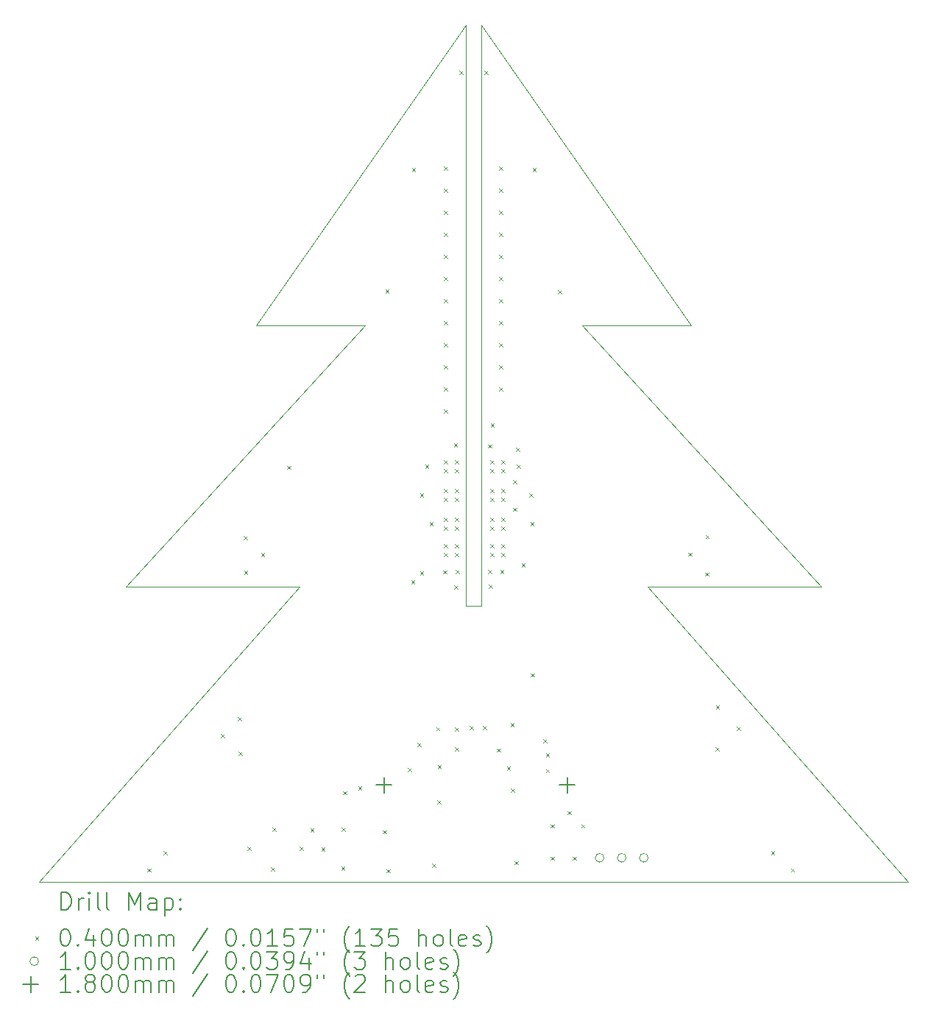
<source format=gbr>
%TF.GenerationSoftware,KiCad,Pcbnew,7.0.8*%
%TF.CreationDate,2024-10-12T14:26:22+02:00*%
%TF.ProjectId,PCB_Christmas_Tree,5043425f-4368-4726-9973-746d61735f54,rev?*%
%TF.SameCoordinates,Original*%
%TF.FileFunction,Drillmap*%
%TF.FilePolarity,Positive*%
%FSLAX45Y45*%
G04 Gerber Fmt 4.5, Leading zero omitted, Abs format (unit mm)*
G04 Created by KiCad (PCBNEW 7.0.8) date 2024-10-12 14:26:22*
%MOMM*%
%LPD*%
G01*
G04 APERTURE LIST*
%ADD10C,0.100000*%
%ADD11C,0.200000*%
%ADD12C,0.040000*%
%ADD13C,0.180000*%
G04 APERTURE END LIST*
D10*
X18958000Y-10340000D02*
X16958000Y-10340000D01*
X12458000Y-7340000D02*
X13708000Y-7340000D01*
X15048000Y-3880000D02*
X15048000Y-10560000D01*
X12958000Y-10340000D02*
X9958000Y-13740000D01*
X15048000Y-3880000D02*
X17458000Y-7340000D01*
X16958000Y-10340000D02*
X19958000Y-13740000D01*
X13708000Y-7340000D02*
X10958000Y-10340000D01*
X15048000Y-10560000D02*
X14868000Y-10560000D01*
X14868000Y-10560000D02*
X14868000Y-3880000D01*
X16208000Y-7340000D02*
X17458000Y-7340000D01*
X12958000Y-10340000D02*
X10958000Y-10340000D01*
X14868000Y-3880000D02*
X12458000Y-7340000D01*
X16208000Y-7340000D02*
X18958000Y-10340000D01*
X19958000Y-13740000D02*
X9958000Y-13740000D01*
D11*
D12*
X11205320Y-13581120D02*
X11245320Y-13621120D01*
X11245320Y-13581120D02*
X11205320Y-13621120D01*
X11388200Y-13383000D02*
X11428200Y-13423000D01*
X11428200Y-13383000D02*
X11388200Y-13423000D01*
X12048600Y-12036800D02*
X12088600Y-12076800D01*
X12088600Y-12036800D02*
X12048600Y-12076800D01*
X12246720Y-11843760D02*
X12286720Y-11883760D01*
X12286720Y-11843760D02*
X12246720Y-11883760D01*
X12251800Y-12240000D02*
X12291800Y-12280000D01*
X12291800Y-12240000D02*
X12251800Y-12280000D01*
X12312760Y-9760960D02*
X12352760Y-9800960D01*
X12352760Y-9760960D02*
X12312760Y-9800960D01*
X12317840Y-10157200D02*
X12357840Y-10197200D01*
X12357840Y-10157200D02*
X12317840Y-10197200D01*
X12353400Y-13332200D02*
X12393400Y-13372200D01*
X12393400Y-13332200D02*
X12353400Y-13372200D01*
X12510880Y-9954000D02*
X12550880Y-9994000D01*
X12550880Y-9954000D02*
X12510880Y-9994000D01*
X12627720Y-13565880D02*
X12667720Y-13605880D01*
X12667720Y-13565880D02*
X12627720Y-13605880D01*
X12642960Y-13113760D02*
X12682960Y-13153760D01*
X12682960Y-13113760D02*
X12642960Y-13153760D01*
X12810600Y-8950700D02*
X12850600Y-8990700D01*
X12850600Y-8950700D02*
X12810600Y-8990700D01*
X12957920Y-13332200D02*
X12997920Y-13372200D01*
X12997920Y-13332200D02*
X12957920Y-13372200D01*
X13079840Y-13118840D02*
X13119840Y-13158840D01*
X13119840Y-13118840D02*
X13079840Y-13158840D01*
X13206840Y-13342360D02*
X13246840Y-13382360D01*
X13246840Y-13342360D02*
X13206840Y-13382360D01*
X13435440Y-13560800D02*
X13475440Y-13600800D01*
X13475440Y-13560800D02*
X13435440Y-13600800D01*
X13440520Y-13113760D02*
X13480520Y-13153760D01*
X13480520Y-13113760D02*
X13440520Y-13153760D01*
X13455760Y-12692120D02*
X13495760Y-12732120D01*
X13495760Y-12692120D02*
X13455760Y-12732120D01*
X13628480Y-12636240D02*
X13668480Y-12676240D01*
X13668480Y-12636240D02*
X13628480Y-12676240D01*
X13915500Y-13141700D02*
X13955500Y-13181700D01*
X13955500Y-13141700D02*
X13915500Y-13181700D01*
X13943440Y-6921240D02*
X13983440Y-6961240D01*
X13983440Y-6921240D02*
X13943440Y-6961240D01*
X13953000Y-13590000D02*
X13993000Y-13630000D01*
X13993000Y-13590000D02*
X13953000Y-13630000D01*
X14202520Y-12422880D02*
X14242520Y-12462880D01*
X14242520Y-12422880D02*
X14202520Y-12462880D01*
X14238080Y-10268960D02*
X14278080Y-10308960D01*
X14278080Y-10268960D02*
X14238080Y-10308960D01*
X14248240Y-5524240D02*
X14288240Y-5564240D01*
X14288240Y-5524240D02*
X14248240Y-5564240D01*
X14309200Y-12138400D02*
X14349200Y-12178400D01*
X14349200Y-12138400D02*
X14309200Y-12178400D01*
X14339680Y-9267000D02*
X14379680Y-9307000D01*
X14379680Y-9267000D02*
X14339680Y-9307000D01*
X14339680Y-10162280D02*
X14379680Y-10202280D01*
X14379680Y-10162280D02*
X14339680Y-10202280D01*
X14400640Y-8936800D02*
X14440640Y-8976800D01*
X14440640Y-8936800D02*
X14400640Y-8976800D01*
X14451440Y-9597200D02*
X14491440Y-9637200D01*
X14491440Y-9597200D02*
X14451440Y-9637200D01*
X14481920Y-13525240D02*
X14521920Y-13565240D01*
X14521920Y-13525240D02*
X14481920Y-13565240D01*
X14527640Y-11955520D02*
X14567640Y-11995520D01*
X14567640Y-11955520D02*
X14527640Y-11995520D01*
X14537800Y-12798800D02*
X14577800Y-12838800D01*
X14577800Y-12798800D02*
X14537800Y-12838800D01*
X14542880Y-12392400D02*
X14582880Y-12432400D01*
X14582880Y-12392400D02*
X14542880Y-12432400D01*
X14608920Y-10152120D02*
X14648920Y-10192120D01*
X14648920Y-10152120D02*
X14608920Y-10192120D01*
X14614000Y-5509000D02*
X14654000Y-5549000D01*
X14654000Y-5509000D02*
X14614000Y-5549000D01*
X14614000Y-5763000D02*
X14654000Y-5803000D01*
X14654000Y-5763000D02*
X14614000Y-5803000D01*
X14614000Y-6017000D02*
X14654000Y-6057000D01*
X14654000Y-6017000D02*
X14614000Y-6057000D01*
X14614000Y-6271000D02*
X14654000Y-6311000D01*
X14654000Y-6271000D02*
X14614000Y-6311000D01*
X14614000Y-6525000D02*
X14654000Y-6565000D01*
X14654000Y-6525000D02*
X14614000Y-6565000D01*
X14614000Y-6779000D02*
X14654000Y-6819000D01*
X14654000Y-6779000D02*
X14614000Y-6819000D01*
X14614000Y-7033000D02*
X14654000Y-7073000D01*
X14654000Y-7033000D02*
X14614000Y-7073000D01*
X14614000Y-7287000D02*
X14654000Y-7327000D01*
X14654000Y-7287000D02*
X14614000Y-7327000D01*
X14614000Y-7541000D02*
X14654000Y-7581000D01*
X14654000Y-7541000D02*
X14614000Y-7581000D01*
X14614000Y-7795000D02*
X14654000Y-7835000D01*
X14654000Y-7795000D02*
X14614000Y-7835000D01*
X14614000Y-8049000D02*
X14654000Y-8089000D01*
X14654000Y-8049000D02*
X14614000Y-8089000D01*
X14614000Y-8303000D02*
X14654000Y-8343000D01*
X14654000Y-8303000D02*
X14614000Y-8343000D01*
X14614000Y-8887200D02*
X14654000Y-8927200D01*
X14654000Y-8887200D02*
X14614000Y-8927200D01*
X14614000Y-8988800D02*
X14654000Y-9028800D01*
X14654000Y-8988800D02*
X14614000Y-9028800D01*
X14614000Y-9217400D02*
X14654000Y-9257400D01*
X14654000Y-9217400D02*
X14614000Y-9257400D01*
X14614000Y-9319000D02*
X14654000Y-9359000D01*
X14654000Y-9319000D02*
X14614000Y-9359000D01*
X14614000Y-9547600D02*
X14654000Y-9587600D01*
X14654000Y-9547600D02*
X14614000Y-9587600D01*
X14614000Y-9649200D02*
X14654000Y-9689200D01*
X14654000Y-9649200D02*
X14614000Y-9689200D01*
X14614000Y-9852400D02*
X14654000Y-9892400D01*
X14654000Y-9852400D02*
X14614000Y-9892400D01*
X14614000Y-9954000D02*
X14654000Y-9994000D01*
X14654000Y-9954000D02*
X14614000Y-9994000D01*
X14730840Y-8694160D02*
X14770840Y-8734160D01*
X14770840Y-8694160D02*
X14730840Y-8734160D01*
X14735920Y-10324840D02*
X14775920Y-10364840D01*
X14775920Y-10324840D02*
X14735920Y-10364840D01*
X14741000Y-8887200D02*
X14781000Y-8927200D01*
X14781000Y-8887200D02*
X14741000Y-8927200D01*
X14741000Y-8988800D02*
X14781000Y-9028800D01*
X14781000Y-8988800D02*
X14741000Y-9028800D01*
X14741000Y-9217400D02*
X14781000Y-9257400D01*
X14781000Y-9217400D02*
X14741000Y-9257400D01*
X14741000Y-9319000D02*
X14781000Y-9359000D01*
X14781000Y-9319000D02*
X14741000Y-9359000D01*
X14741000Y-9547600D02*
X14781000Y-9587600D01*
X14781000Y-9547600D02*
X14741000Y-9587600D01*
X14741000Y-9649200D02*
X14781000Y-9689200D01*
X14781000Y-9649200D02*
X14741000Y-9689200D01*
X14741000Y-9852400D02*
X14781000Y-9892400D01*
X14781000Y-9852400D02*
X14741000Y-9892400D01*
X14741000Y-9954000D02*
X14781000Y-9994000D01*
X14781000Y-9954000D02*
X14741000Y-9994000D01*
X14741000Y-11960600D02*
X14781000Y-12000600D01*
X14781000Y-11960600D02*
X14741000Y-12000600D01*
X14741000Y-12189200D02*
X14781000Y-12229200D01*
X14781000Y-12189200D02*
X14741000Y-12229200D01*
X14751160Y-10147040D02*
X14791160Y-10187040D01*
X14791160Y-10147040D02*
X14751160Y-10187040D01*
X14793000Y-4410000D02*
X14833000Y-4450000D01*
X14833000Y-4410000D02*
X14793000Y-4450000D01*
X14913720Y-11940280D02*
X14953720Y-11980280D01*
X14953720Y-11940280D02*
X14913720Y-11980280D01*
X15066120Y-11940280D02*
X15106120Y-11980280D01*
X15106120Y-11940280D02*
X15066120Y-11980280D01*
X15083000Y-4410000D02*
X15123000Y-4450000D01*
X15123000Y-4410000D02*
X15083000Y-4450000D01*
X15122000Y-8704320D02*
X15162000Y-8744320D01*
X15162000Y-8704320D02*
X15122000Y-8744320D01*
X15122000Y-10147040D02*
X15162000Y-10187040D01*
X15162000Y-10147040D02*
X15122000Y-10187040D01*
X15132160Y-10319760D02*
X15172160Y-10359760D01*
X15172160Y-10319760D02*
X15132160Y-10359760D01*
X15147400Y-8887200D02*
X15187400Y-8927200D01*
X15187400Y-8887200D02*
X15147400Y-8927200D01*
X15147400Y-8988800D02*
X15187400Y-9028800D01*
X15187400Y-8988800D02*
X15147400Y-9028800D01*
X15147400Y-9217400D02*
X15187400Y-9257400D01*
X15187400Y-9217400D02*
X15147400Y-9257400D01*
X15147400Y-9319000D02*
X15187400Y-9359000D01*
X15187400Y-9319000D02*
X15147400Y-9359000D01*
X15147400Y-9547600D02*
X15187400Y-9587600D01*
X15187400Y-9547600D02*
X15147400Y-9587600D01*
X15147400Y-9649200D02*
X15187400Y-9689200D01*
X15187400Y-9649200D02*
X15147400Y-9689200D01*
X15147400Y-9852400D02*
X15187400Y-9892400D01*
X15187400Y-9852400D02*
X15147400Y-9892400D01*
X15147400Y-9954000D02*
X15187400Y-9994000D01*
X15187400Y-9954000D02*
X15147400Y-9994000D01*
X15152480Y-8465560D02*
X15192480Y-8505560D01*
X15192480Y-8465560D02*
X15152480Y-8505560D01*
X15223600Y-12201900D02*
X15263600Y-12241900D01*
X15263600Y-12201900D02*
X15223600Y-12241900D01*
X15249000Y-5509000D02*
X15289000Y-5549000D01*
X15289000Y-5509000D02*
X15249000Y-5549000D01*
X15249000Y-5763000D02*
X15289000Y-5803000D01*
X15289000Y-5763000D02*
X15249000Y-5803000D01*
X15249000Y-6017000D02*
X15289000Y-6057000D01*
X15289000Y-6017000D02*
X15249000Y-6057000D01*
X15249000Y-6271000D02*
X15289000Y-6311000D01*
X15289000Y-6271000D02*
X15249000Y-6311000D01*
X15249000Y-6525000D02*
X15289000Y-6565000D01*
X15289000Y-6525000D02*
X15249000Y-6565000D01*
X15249000Y-6779000D02*
X15289000Y-6819000D01*
X15289000Y-6779000D02*
X15249000Y-6819000D01*
X15249000Y-7033000D02*
X15289000Y-7073000D01*
X15289000Y-7033000D02*
X15249000Y-7073000D01*
X15249000Y-7287000D02*
X15289000Y-7327000D01*
X15289000Y-7287000D02*
X15249000Y-7327000D01*
X15249000Y-7541000D02*
X15289000Y-7581000D01*
X15289000Y-7541000D02*
X15249000Y-7581000D01*
X15249000Y-7795000D02*
X15289000Y-7835000D01*
X15289000Y-7795000D02*
X15249000Y-7835000D01*
X15249000Y-8049000D02*
X15289000Y-8089000D01*
X15289000Y-8049000D02*
X15249000Y-8089000D01*
X15264240Y-10147040D02*
X15304240Y-10187040D01*
X15304240Y-10147040D02*
X15264240Y-10187040D01*
X15274400Y-8887200D02*
X15314400Y-8927200D01*
X15314400Y-8887200D02*
X15274400Y-8927200D01*
X15274400Y-8988800D02*
X15314400Y-9028800D01*
X15314400Y-8988800D02*
X15274400Y-9028800D01*
X15274400Y-9217400D02*
X15314400Y-9257400D01*
X15314400Y-9217400D02*
X15274400Y-9257400D01*
X15274400Y-9319000D02*
X15314400Y-9359000D01*
X15314400Y-9319000D02*
X15274400Y-9359000D01*
X15274400Y-9547600D02*
X15314400Y-9587600D01*
X15314400Y-9547600D02*
X15274400Y-9587600D01*
X15274400Y-9649200D02*
X15314400Y-9689200D01*
X15314400Y-9649200D02*
X15274400Y-9689200D01*
X15274400Y-9852400D02*
X15314400Y-9892400D01*
X15314400Y-9852400D02*
X15274400Y-9892400D01*
X15274400Y-9954000D02*
X15314400Y-9994000D01*
X15314400Y-9954000D02*
X15274400Y-9994000D01*
X15340440Y-12407640D02*
X15380440Y-12447640D01*
X15380440Y-12407640D02*
X15340440Y-12447640D01*
X15381080Y-11909800D02*
X15421080Y-11949800D01*
X15421080Y-11909800D02*
X15381080Y-11949800D01*
X15386160Y-12661640D02*
X15426160Y-12701640D01*
X15426160Y-12661640D02*
X15386160Y-12701640D01*
X15413000Y-9115800D02*
X15453000Y-9155800D01*
X15453000Y-9115800D02*
X15413000Y-9155800D01*
X15413000Y-9433300D02*
X15453000Y-9473300D01*
X15453000Y-9433300D02*
X15413000Y-9473300D01*
X15426800Y-13497300D02*
X15466800Y-13537300D01*
X15466800Y-13497300D02*
X15426800Y-13537300D01*
X15447120Y-8744960D02*
X15487120Y-8784960D01*
X15487120Y-8744960D02*
X15447120Y-8784960D01*
X15452200Y-8937400D02*
X15492200Y-8977400D01*
X15492200Y-8937400D02*
X15452200Y-8977400D01*
X15509350Y-10074650D02*
X15549350Y-10114650D01*
X15549350Y-10074650D02*
X15509350Y-10114650D01*
X15599520Y-9267600D02*
X15639520Y-9307600D01*
X15639520Y-9267600D02*
X15599520Y-9307600D01*
X15609680Y-9597800D02*
X15649680Y-9637800D01*
X15649680Y-9597800D02*
X15609680Y-9637800D01*
X15617300Y-11337500D02*
X15657300Y-11377500D01*
X15657300Y-11337500D02*
X15617300Y-11377500D01*
X15635080Y-5524240D02*
X15675080Y-5564240D01*
X15675080Y-5524240D02*
X15635080Y-5564240D01*
X15757000Y-12092680D02*
X15797000Y-12132680D01*
X15797000Y-12092680D02*
X15757000Y-12132680D01*
X15787480Y-12255240D02*
X15827480Y-12295240D01*
X15827480Y-12255240D02*
X15787480Y-12295240D01*
X15787480Y-12438120D02*
X15827480Y-12478120D01*
X15827480Y-12438120D02*
X15787480Y-12478120D01*
X15843360Y-13073120D02*
X15883360Y-13113120D01*
X15883360Y-13073120D02*
X15843360Y-13113120D01*
X15845900Y-13446500D02*
X15885900Y-13486500D01*
X15885900Y-13446500D02*
X15845900Y-13486500D01*
X15929720Y-6931400D02*
X15969720Y-6971400D01*
X15969720Y-6931400D02*
X15929720Y-6971400D01*
X16036400Y-12920720D02*
X16076400Y-12960720D01*
X16076400Y-12920720D02*
X16036400Y-12960720D01*
X16099900Y-13446500D02*
X16139900Y-13486500D01*
X16139900Y-13446500D02*
X16099900Y-13486500D01*
X16193880Y-13073120D02*
X16233880Y-13113120D01*
X16233880Y-13073120D02*
X16193880Y-13113120D01*
X17428320Y-9948920D02*
X17468320Y-9988920D01*
X17468320Y-9948920D02*
X17428320Y-9988920D01*
X17621360Y-10177520D02*
X17661360Y-10217520D01*
X17661360Y-10177520D02*
X17621360Y-10217520D01*
X17626440Y-9745720D02*
X17666440Y-9785720D01*
X17666440Y-9745720D02*
X17626440Y-9785720D01*
X17738200Y-12189200D02*
X17778200Y-12229200D01*
X17778200Y-12189200D02*
X17738200Y-12229200D01*
X17743280Y-11706600D02*
X17783280Y-11746600D01*
X17783280Y-11706600D02*
X17743280Y-11746600D01*
X17987120Y-11950440D02*
X18027120Y-11990440D01*
X18027120Y-11950440D02*
X17987120Y-11990440D01*
X18379500Y-13383600D02*
X18419500Y-13423600D01*
X18419500Y-13383600D02*
X18379500Y-13423600D01*
X18606880Y-13581120D02*
X18646880Y-13621120D01*
X18646880Y-13581120D02*
X18606880Y-13621120D01*
D10*
X16457500Y-13460000D02*
G75*
G03*
X16457500Y-13460000I-50000J0D01*
G01*
X16711500Y-13460000D02*
G75*
G03*
X16711500Y-13460000I-50000J0D01*
G01*
X16965500Y-13460000D02*
G75*
G03*
X16965500Y-13460000I-50000J0D01*
G01*
D13*
X13927400Y-12532700D02*
X13927400Y-12712700D01*
X13837400Y-12622700D02*
X14017400Y-12622700D01*
X16035600Y-12532700D02*
X16035600Y-12712700D01*
X15945600Y-12622700D02*
X16125600Y-12622700D01*
D11*
X10213777Y-14056484D02*
X10213777Y-13856484D01*
X10213777Y-13856484D02*
X10261396Y-13856484D01*
X10261396Y-13856484D02*
X10289967Y-13866008D01*
X10289967Y-13866008D02*
X10309015Y-13885055D01*
X10309015Y-13885055D02*
X10318539Y-13904103D01*
X10318539Y-13904103D02*
X10328063Y-13942198D01*
X10328063Y-13942198D02*
X10328063Y-13970769D01*
X10328063Y-13970769D02*
X10318539Y-14008865D01*
X10318539Y-14008865D02*
X10309015Y-14027912D01*
X10309015Y-14027912D02*
X10289967Y-14046960D01*
X10289967Y-14046960D02*
X10261396Y-14056484D01*
X10261396Y-14056484D02*
X10213777Y-14056484D01*
X10413777Y-14056484D02*
X10413777Y-13923150D01*
X10413777Y-13961246D02*
X10423301Y-13942198D01*
X10423301Y-13942198D02*
X10432824Y-13932674D01*
X10432824Y-13932674D02*
X10451872Y-13923150D01*
X10451872Y-13923150D02*
X10470920Y-13923150D01*
X10537586Y-14056484D02*
X10537586Y-13923150D01*
X10537586Y-13856484D02*
X10528063Y-13866008D01*
X10528063Y-13866008D02*
X10537586Y-13875531D01*
X10537586Y-13875531D02*
X10547110Y-13866008D01*
X10547110Y-13866008D02*
X10537586Y-13856484D01*
X10537586Y-13856484D02*
X10537586Y-13875531D01*
X10661396Y-14056484D02*
X10642348Y-14046960D01*
X10642348Y-14046960D02*
X10632824Y-14027912D01*
X10632824Y-14027912D02*
X10632824Y-13856484D01*
X10766158Y-14056484D02*
X10747110Y-14046960D01*
X10747110Y-14046960D02*
X10737586Y-14027912D01*
X10737586Y-14027912D02*
X10737586Y-13856484D01*
X10994729Y-14056484D02*
X10994729Y-13856484D01*
X10994729Y-13856484D02*
X11061396Y-13999341D01*
X11061396Y-13999341D02*
X11128063Y-13856484D01*
X11128063Y-13856484D02*
X11128063Y-14056484D01*
X11309015Y-14056484D02*
X11309015Y-13951722D01*
X11309015Y-13951722D02*
X11299491Y-13932674D01*
X11299491Y-13932674D02*
X11280443Y-13923150D01*
X11280443Y-13923150D02*
X11242348Y-13923150D01*
X11242348Y-13923150D02*
X11223301Y-13932674D01*
X11309015Y-14046960D02*
X11289967Y-14056484D01*
X11289967Y-14056484D02*
X11242348Y-14056484D01*
X11242348Y-14056484D02*
X11223301Y-14046960D01*
X11223301Y-14046960D02*
X11213777Y-14027912D01*
X11213777Y-14027912D02*
X11213777Y-14008865D01*
X11213777Y-14008865D02*
X11223301Y-13989817D01*
X11223301Y-13989817D02*
X11242348Y-13980293D01*
X11242348Y-13980293D02*
X11289967Y-13980293D01*
X11289967Y-13980293D02*
X11309015Y-13970769D01*
X11404253Y-13923150D02*
X11404253Y-14123150D01*
X11404253Y-13932674D02*
X11423301Y-13923150D01*
X11423301Y-13923150D02*
X11461396Y-13923150D01*
X11461396Y-13923150D02*
X11480443Y-13932674D01*
X11480443Y-13932674D02*
X11489967Y-13942198D01*
X11489967Y-13942198D02*
X11499491Y-13961246D01*
X11499491Y-13961246D02*
X11499491Y-14018388D01*
X11499491Y-14018388D02*
X11489967Y-14037436D01*
X11489967Y-14037436D02*
X11480443Y-14046960D01*
X11480443Y-14046960D02*
X11461396Y-14056484D01*
X11461396Y-14056484D02*
X11423301Y-14056484D01*
X11423301Y-14056484D02*
X11404253Y-14046960D01*
X11585205Y-14037436D02*
X11594729Y-14046960D01*
X11594729Y-14046960D02*
X11585205Y-14056484D01*
X11585205Y-14056484D02*
X11575682Y-14046960D01*
X11575682Y-14046960D02*
X11585205Y-14037436D01*
X11585205Y-14037436D02*
X11585205Y-14056484D01*
X11585205Y-13932674D02*
X11594729Y-13942198D01*
X11594729Y-13942198D02*
X11585205Y-13951722D01*
X11585205Y-13951722D02*
X11575682Y-13942198D01*
X11575682Y-13942198D02*
X11585205Y-13932674D01*
X11585205Y-13932674D02*
X11585205Y-13951722D01*
D12*
X9913000Y-14365000D02*
X9953000Y-14405000D01*
X9953000Y-14365000D02*
X9913000Y-14405000D01*
D11*
X10251872Y-14276484D02*
X10270920Y-14276484D01*
X10270920Y-14276484D02*
X10289967Y-14286008D01*
X10289967Y-14286008D02*
X10299491Y-14295531D01*
X10299491Y-14295531D02*
X10309015Y-14314579D01*
X10309015Y-14314579D02*
X10318539Y-14352674D01*
X10318539Y-14352674D02*
X10318539Y-14400293D01*
X10318539Y-14400293D02*
X10309015Y-14438388D01*
X10309015Y-14438388D02*
X10299491Y-14457436D01*
X10299491Y-14457436D02*
X10289967Y-14466960D01*
X10289967Y-14466960D02*
X10270920Y-14476484D01*
X10270920Y-14476484D02*
X10251872Y-14476484D01*
X10251872Y-14476484D02*
X10232824Y-14466960D01*
X10232824Y-14466960D02*
X10223301Y-14457436D01*
X10223301Y-14457436D02*
X10213777Y-14438388D01*
X10213777Y-14438388D02*
X10204253Y-14400293D01*
X10204253Y-14400293D02*
X10204253Y-14352674D01*
X10204253Y-14352674D02*
X10213777Y-14314579D01*
X10213777Y-14314579D02*
X10223301Y-14295531D01*
X10223301Y-14295531D02*
X10232824Y-14286008D01*
X10232824Y-14286008D02*
X10251872Y-14276484D01*
X10404253Y-14457436D02*
X10413777Y-14466960D01*
X10413777Y-14466960D02*
X10404253Y-14476484D01*
X10404253Y-14476484D02*
X10394729Y-14466960D01*
X10394729Y-14466960D02*
X10404253Y-14457436D01*
X10404253Y-14457436D02*
X10404253Y-14476484D01*
X10585205Y-14343150D02*
X10585205Y-14476484D01*
X10537586Y-14266960D02*
X10489967Y-14409817D01*
X10489967Y-14409817D02*
X10613777Y-14409817D01*
X10728063Y-14276484D02*
X10747110Y-14276484D01*
X10747110Y-14276484D02*
X10766158Y-14286008D01*
X10766158Y-14286008D02*
X10775682Y-14295531D01*
X10775682Y-14295531D02*
X10785205Y-14314579D01*
X10785205Y-14314579D02*
X10794729Y-14352674D01*
X10794729Y-14352674D02*
X10794729Y-14400293D01*
X10794729Y-14400293D02*
X10785205Y-14438388D01*
X10785205Y-14438388D02*
X10775682Y-14457436D01*
X10775682Y-14457436D02*
X10766158Y-14466960D01*
X10766158Y-14466960D02*
X10747110Y-14476484D01*
X10747110Y-14476484D02*
X10728063Y-14476484D01*
X10728063Y-14476484D02*
X10709015Y-14466960D01*
X10709015Y-14466960D02*
X10699491Y-14457436D01*
X10699491Y-14457436D02*
X10689967Y-14438388D01*
X10689967Y-14438388D02*
X10680444Y-14400293D01*
X10680444Y-14400293D02*
X10680444Y-14352674D01*
X10680444Y-14352674D02*
X10689967Y-14314579D01*
X10689967Y-14314579D02*
X10699491Y-14295531D01*
X10699491Y-14295531D02*
X10709015Y-14286008D01*
X10709015Y-14286008D02*
X10728063Y-14276484D01*
X10918539Y-14276484D02*
X10937586Y-14276484D01*
X10937586Y-14276484D02*
X10956634Y-14286008D01*
X10956634Y-14286008D02*
X10966158Y-14295531D01*
X10966158Y-14295531D02*
X10975682Y-14314579D01*
X10975682Y-14314579D02*
X10985205Y-14352674D01*
X10985205Y-14352674D02*
X10985205Y-14400293D01*
X10985205Y-14400293D02*
X10975682Y-14438388D01*
X10975682Y-14438388D02*
X10966158Y-14457436D01*
X10966158Y-14457436D02*
X10956634Y-14466960D01*
X10956634Y-14466960D02*
X10937586Y-14476484D01*
X10937586Y-14476484D02*
X10918539Y-14476484D01*
X10918539Y-14476484D02*
X10899491Y-14466960D01*
X10899491Y-14466960D02*
X10889967Y-14457436D01*
X10889967Y-14457436D02*
X10880444Y-14438388D01*
X10880444Y-14438388D02*
X10870920Y-14400293D01*
X10870920Y-14400293D02*
X10870920Y-14352674D01*
X10870920Y-14352674D02*
X10880444Y-14314579D01*
X10880444Y-14314579D02*
X10889967Y-14295531D01*
X10889967Y-14295531D02*
X10899491Y-14286008D01*
X10899491Y-14286008D02*
X10918539Y-14276484D01*
X11070920Y-14476484D02*
X11070920Y-14343150D01*
X11070920Y-14362198D02*
X11080444Y-14352674D01*
X11080444Y-14352674D02*
X11099491Y-14343150D01*
X11099491Y-14343150D02*
X11128063Y-14343150D01*
X11128063Y-14343150D02*
X11147110Y-14352674D01*
X11147110Y-14352674D02*
X11156634Y-14371722D01*
X11156634Y-14371722D02*
X11156634Y-14476484D01*
X11156634Y-14371722D02*
X11166158Y-14352674D01*
X11166158Y-14352674D02*
X11185205Y-14343150D01*
X11185205Y-14343150D02*
X11213777Y-14343150D01*
X11213777Y-14343150D02*
X11232824Y-14352674D01*
X11232824Y-14352674D02*
X11242348Y-14371722D01*
X11242348Y-14371722D02*
X11242348Y-14476484D01*
X11337586Y-14476484D02*
X11337586Y-14343150D01*
X11337586Y-14362198D02*
X11347110Y-14352674D01*
X11347110Y-14352674D02*
X11366158Y-14343150D01*
X11366158Y-14343150D02*
X11394729Y-14343150D01*
X11394729Y-14343150D02*
X11413777Y-14352674D01*
X11413777Y-14352674D02*
X11423301Y-14371722D01*
X11423301Y-14371722D02*
X11423301Y-14476484D01*
X11423301Y-14371722D02*
X11432824Y-14352674D01*
X11432824Y-14352674D02*
X11451872Y-14343150D01*
X11451872Y-14343150D02*
X11480443Y-14343150D01*
X11480443Y-14343150D02*
X11499491Y-14352674D01*
X11499491Y-14352674D02*
X11509015Y-14371722D01*
X11509015Y-14371722D02*
X11509015Y-14476484D01*
X11899491Y-14266960D02*
X11728063Y-14524103D01*
X12156634Y-14276484D02*
X12175682Y-14276484D01*
X12175682Y-14276484D02*
X12194729Y-14286008D01*
X12194729Y-14286008D02*
X12204253Y-14295531D01*
X12204253Y-14295531D02*
X12213777Y-14314579D01*
X12213777Y-14314579D02*
X12223301Y-14352674D01*
X12223301Y-14352674D02*
X12223301Y-14400293D01*
X12223301Y-14400293D02*
X12213777Y-14438388D01*
X12213777Y-14438388D02*
X12204253Y-14457436D01*
X12204253Y-14457436D02*
X12194729Y-14466960D01*
X12194729Y-14466960D02*
X12175682Y-14476484D01*
X12175682Y-14476484D02*
X12156634Y-14476484D01*
X12156634Y-14476484D02*
X12137586Y-14466960D01*
X12137586Y-14466960D02*
X12128063Y-14457436D01*
X12128063Y-14457436D02*
X12118539Y-14438388D01*
X12118539Y-14438388D02*
X12109015Y-14400293D01*
X12109015Y-14400293D02*
X12109015Y-14352674D01*
X12109015Y-14352674D02*
X12118539Y-14314579D01*
X12118539Y-14314579D02*
X12128063Y-14295531D01*
X12128063Y-14295531D02*
X12137586Y-14286008D01*
X12137586Y-14286008D02*
X12156634Y-14276484D01*
X12309015Y-14457436D02*
X12318539Y-14466960D01*
X12318539Y-14466960D02*
X12309015Y-14476484D01*
X12309015Y-14476484D02*
X12299491Y-14466960D01*
X12299491Y-14466960D02*
X12309015Y-14457436D01*
X12309015Y-14457436D02*
X12309015Y-14476484D01*
X12442348Y-14276484D02*
X12461396Y-14276484D01*
X12461396Y-14276484D02*
X12480444Y-14286008D01*
X12480444Y-14286008D02*
X12489967Y-14295531D01*
X12489967Y-14295531D02*
X12499491Y-14314579D01*
X12499491Y-14314579D02*
X12509015Y-14352674D01*
X12509015Y-14352674D02*
X12509015Y-14400293D01*
X12509015Y-14400293D02*
X12499491Y-14438388D01*
X12499491Y-14438388D02*
X12489967Y-14457436D01*
X12489967Y-14457436D02*
X12480444Y-14466960D01*
X12480444Y-14466960D02*
X12461396Y-14476484D01*
X12461396Y-14476484D02*
X12442348Y-14476484D01*
X12442348Y-14476484D02*
X12423301Y-14466960D01*
X12423301Y-14466960D02*
X12413777Y-14457436D01*
X12413777Y-14457436D02*
X12404253Y-14438388D01*
X12404253Y-14438388D02*
X12394729Y-14400293D01*
X12394729Y-14400293D02*
X12394729Y-14352674D01*
X12394729Y-14352674D02*
X12404253Y-14314579D01*
X12404253Y-14314579D02*
X12413777Y-14295531D01*
X12413777Y-14295531D02*
X12423301Y-14286008D01*
X12423301Y-14286008D02*
X12442348Y-14276484D01*
X12699491Y-14476484D02*
X12585206Y-14476484D01*
X12642348Y-14476484D02*
X12642348Y-14276484D01*
X12642348Y-14276484D02*
X12623301Y-14305055D01*
X12623301Y-14305055D02*
X12604253Y-14324103D01*
X12604253Y-14324103D02*
X12585206Y-14333627D01*
X12880444Y-14276484D02*
X12785206Y-14276484D01*
X12785206Y-14276484D02*
X12775682Y-14371722D01*
X12775682Y-14371722D02*
X12785206Y-14362198D01*
X12785206Y-14362198D02*
X12804253Y-14352674D01*
X12804253Y-14352674D02*
X12851872Y-14352674D01*
X12851872Y-14352674D02*
X12870920Y-14362198D01*
X12870920Y-14362198D02*
X12880444Y-14371722D01*
X12880444Y-14371722D02*
X12889967Y-14390769D01*
X12889967Y-14390769D02*
X12889967Y-14438388D01*
X12889967Y-14438388D02*
X12880444Y-14457436D01*
X12880444Y-14457436D02*
X12870920Y-14466960D01*
X12870920Y-14466960D02*
X12851872Y-14476484D01*
X12851872Y-14476484D02*
X12804253Y-14476484D01*
X12804253Y-14476484D02*
X12785206Y-14466960D01*
X12785206Y-14466960D02*
X12775682Y-14457436D01*
X12956634Y-14276484D02*
X13089967Y-14276484D01*
X13089967Y-14276484D02*
X13004253Y-14476484D01*
X13156634Y-14276484D02*
X13156634Y-14314579D01*
X13232825Y-14276484D02*
X13232825Y-14314579D01*
X13528063Y-14552674D02*
X13518539Y-14543150D01*
X13518539Y-14543150D02*
X13499491Y-14514579D01*
X13499491Y-14514579D02*
X13489968Y-14495531D01*
X13489968Y-14495531D02*
X13480444Y-14466960D01*
X13480444Y-14466960D02*
X13470920Y-14419341D01*
X13470920Y-14419341D02*
X13470920Y-14381246D01*
X13470920Y-14381246D02*
X13480444Y-14333627D01*
X13480444Y-14333627D02*
X13489968Y-14305055D01*
X13489968Y-14305055D02*
X13499491Y-14286008D01*
X13499491Y-14286008D02*
X13518539Y-14257436D01*
X13518539Y-14257436D02*
X13528063Y-14247912D01*
X13709015Y-14476484D02*
X13594729Y-14476484D01*
X13651872Y-14476484D02*
X13651872Y-14276484D01*
X13651872Y-14276484D02*
X13632825Y-14305055D01*
X13632825Y-14305055D02*
X13613777Y-14324103D01*
X13613777Y-14324103D02*
X13594729Y-14333627D01*
X13775682Y-14276484D02*
X13899491Y-14276484D01*
X13899491Y-14276484D02*
X13832825Y-14352674D01*
X13832825Y-14352674D02*
X13861396Y-14352674D01*
X13861396Y-14352674D02*
X13880444Y-14362198D01*
X13880444Y-14362198D02*
X13889968Y-14371722D01*
X13889968Y-14371722D02*
X13899491Y-14390769D01*
X13899491Y-14390769D02*
X13899491Y-14438388D01*
X13899491Y-14438388D02*
X13889968Y-14457436D01*
X13889968Y-14457436D02*
X13880444Y-14466960D01*
X13880444Y-14466960D02*
X13861396Y-14476484D01*
X13861396Y-14476484D02*
X13804253Y-14476484D01*
X13804253Y-14476484D02*
X13785206Y-14466960D01*
X13785206Y-14466960D02*
X13775682Y-14457436D01*
X14080444Y-14276484D02*
X13985206Y-14276484D01*
X13985206Y-14276484D02*
X13975682Y-14371722D01*
X13975682Y-14371722D02*
X13985206Y-14362198D01*
X13985206Y-14362198D02*
X14004253Y-14352674D01*
X14004253Y-14352674D02*
X14051872Y-14352674D01*
X14051872Y-14352674D02*
X14070920Y-14362198D01*
X14070920Y-14362198D02*
X14080444Y-14371722D01*
X14080444Y-14371722D02*
X14089968Y-14390769D01*
X14089968Y-14390769D02*
X14089968Y-14438388D01*
X14089968Y-14438388D02*
X14080444Y-14457436D01*
X14080444Y-14457436D02*
X14070920Y-14466960D01*
X14070920Y-14466960D02*
X14051872Y-14476484D01*
X14051872Y-14476484D02*
X14004253Y-14476484D01*
X14004253Y-14476484D02*
X13985206Y-14466960D01*
X13985206Y-14466960D02*
X13975682Y-14457436D01*
X14328063Y-14476484D02*
X14328063Y-14276484D01*
X14413777Y-14476484D02*
X14413777Y-14371722D01*
X14413777Y-14371722D02*
X14404253Y-14352674D01*
X14404253Y-14352674D02*
X14385206Y-14343150D01*
X14385206Y-14343150D02*
X14356634Y-14343150D01*
X14356634Y-14343150D02*
X14337587Y-14352674D01*
X14337587Y-14352674D02*
X14328063Y-14362198D01*
X14537587Y-14476484D02*
X14518539Y-14466960D01*
X14518539Y-14466960D02*
X14509015Y-14457436D01*
X14509015Y-14457436D02*
X14499491Y-14438388D01*
X14499491Y-14438388D02*
X14499491Y-14381246D01*
X14499491Y-14381246D02*
X14509015Y-14362198D01*
X14509015Y-14362198D02*
X14518539Y-14352674D01*
X14518539Y-14352674D02*
X14537587Y-14343150D01*
X14537587Y-14343150D02*
X14566158Y-14343150D01*
X14566158Y-14343150D02*
X14585206Y-14352674D01*
X14585206Y-14352674D02*
X14594730Y-14362198D01*
X14594730Y-14362198D02*
X14604253Y-14381246D01*
X14604253Y-14381246D02*
X14604253Y-14438388D01*
X14604253Y-14438388D02*
X14594730Y-14457436D01*
X14594730Y-14457436D02*
X14585206Y-14466960D01*
X14585206Y-14466960D02*
X14566158Y-14476484D01*
X14566158Y-14476484D02*
X14537587Y-14476484D01*
X14718539Y-14476484D02*
X14699491Y-14466960D01*
X14699491Y-14466960D02*
X14689968Y-14447912D01*
X14689968Y-14447912D02*
X14689968Y-14276484D01*
X14870920Y-14466960D02*
X14851872Y-14476484D01*
X14851872Y-14476484D02*
X14813777Y-14476484D01*
X14813777Y-14476484D02*
X14794730Y-14466960D01*
X14794730Y-14466960D02*
X14785206Y-14447912D01*
X14785206Y-14447912D02*
X14785206Y-14371722D01*
X14785206Y-14371722D02*
X14794730Y-14352674D01*
X14794730Y-14352674D02*
X14813777Y-14343150D01*
X14813777Y-14343150D02*
X14851872Y-14343150D01*
X14851872Y-14343150D02*
X14870920Y-14352674D01*
X14870920Y-14352674D02*
X14880444Y-14371722D01*
X14880444Y-14371722D02*
X14880444Y-14390769D01*
X14880444Y-14390769D02*
X14785206Y-14409817D01*
X14956634Y-14466960D02*
X14975682Y-14476484D01*
X14975682Y-14476484D02*
X15013777Y-14476484D01*
X15013777Y-14476484D02*
X15032825Y-14466960D01*
X15032825Y-14466960D02*
X15042349Y-14447912D01*
X15042349Y-14447912D02*
X15042349Y-14438388D01*
X15042349Y-14438388D02*
X15032825Y-14419341D01*
X15032825Y-14419341D02*
X15013777Y-14409817D01*
X15013777Y-14409817D02*
X14985206Y-14409817D01*
X14985206Y-14409817D02*
X14966158Y-14400293D01*
X14966158Y-14400293D02*
X14956634Y-14381246D01*
X14956634Y-14381246D02*
X14956634Y-14371722D01*
X14956634Y-14371722D02*
X14966158Y-14352674D01*
X14966158Y-14352674D02*
X14985206Y-14343150D01*
X14985206Y-14343150D02*
X15013777Y-14343150D01*
X15013777Y-14343150D02*
X15032825Y-14352674D01*
X15109015Y-14552674D02*
X15118539Y-14543150D01*
X15118539Y-14543150D02*
X15137587Y-14514579D01*
X15137587Y-14514579D02*
X15147111Y-14495531D01*
X15147111Y-14495531D02*
X15156634Y-14466960D01*
X15156634Y-14466960D02*
X15166158Y-14419341D01*
X15166158Y-14419341D02*
X15166158Y-14381246D01*
X15166158Y-14381246D02*
X15156634Y-14333627D01*
X15156634Y-14333627D02*
X15147111Y-14305055D01*
X15147111Y-14305055D02*
X15137587Y-14286008D01*
X15137587Y-14286008D02*
X15118539Y-14257436D01*
X15118539Y-14257436D02*
X15109015Y-14247912D01*
D10*
X9953000Y-14649000D02*
G75*
G03*
X9953000Y-14649000I-50000J0D01*
G01*
D11*
X10318539Y-14740484D02*
X10204253Y-14740484D01*
X10261396Y-14740484D02*
X10261396Y-14540484D01*
X10261396Y-14540484D02*
X10242348Y-14569055D01*
X10242348Y-14569055D02*
X10223301Y-14588103D01*
X10223301Y-14588103D02*
X10204253Y-14597627D01*
X10404253Y-14721436D02*
X10413777Y-14730960D01*
X10413777Y-14730960D02*
X10404253Y-14740484D01*
X10404253Y-14740484D02*
X10394729Y-14730960D01*
X10394729Y-14730960D02*
X10404253Y-14721436D01*
X10404253Y-14721436D02*
X10404253Y-14740484D01*
X10537586Y-14540484D02*
X10556634Y-14540484D01*
X10556634Y-14540484D02*
X10575682Y-14550008D01*
X10575682Y-14550008D02*
X10585205Y-14559531D01*
X10585205Y-14559531D02*
X10594729Y-14578579D01*
X10594729Y-14578579D02*
X10604253Y-14616674D01*
X10604253Y-14616674D02*
X10604253Y-14664293D01*
X10604253Y-14664293D02*
X10594729Y-14702388D01*
X10594729Y-14702388D02*
X10585205Y-14721436D01*
X10585205Y-14721436D02*
X10575682Y-14730960D01*
X10575682Y-14730960D02*
X10556634Y-14740484D01*
X10556634Y-14740484D02*
X10537586Y-14740484D01*
X10537586Y-14740484D02*
X10518539Y-14730960D01*
X10518539Y-14730960D02*
X10509015Y-14721436D01*
X10509015Y-14721436D02*
X10499491Y-14702388D01*
X10499491Y-14702388D02*
X10489967Y-14664293D01*
X10489967Y-14664293D02*
X10489967Y-14616674D01*
X10489967Y-14616674D02*
X10499491Y-14578579D01*
X10499491Y-14578579D02*
X10509015Y-14559531D01*
X10509015Y-14559531D02*
X10518539Y-14550008D01*
X10518539Y-14550008D02*
X10537586Y-14540484D01*
X10728063Y-14540484D02*
X10747110Y-14540484D01*
X10747110Y-14540484D02*
X10766158Y-14550008D01*
X10766158Y-14550008D02*
X10775682Y-14559531D01*
X10775682Y-14559531D02*
X10785205Y-14578579D01*
X10785205Y-14578579D02*
X10794729Y-14616674D01*
X10794729Y-14616674D02*
X10794729Y-14664293D01*
X10794729Y-14664293D02*
X10785205Y-14702388D01*
X10785205Y-14702388D02*
X10775682Y-14721436D01*
X10775682Y-14721436D02*
X10766158Y-14730960D01*
X10766158Y-14730960D02*
X10747110Y-14740484D01*
X10747110Y-14740484D02*
X10728063Y-14740484D01*
X10728063Y-14740484D02*
X10709015Y-14730960D01*
X10709015Y-14730960D02*
X10699491Y-14721436D01*
X10699491Y-14721436D02*
X10689967Y-14702388D01*
X10689967Y-14702388D02*
X10680444Y-14664293D01*
X10680444Y-14664293D02*
X10680444Y-14616674D01*
X10680444Y-14616674D02*
X10689967Y-14578579D01*
X10689967Y-14578579D02*
X10699491Y-14559531D01*
X10699491Y-14559531D02*
X10709015Y-14550008D01*
X10709015Y-14550008D02*
X10728063Y-14540484D01*
X10918539Y-14540484D02*
X10937586Y-14540484D01*
X10937586Y-14540484D02*
X10956634Y-14550008D01*
X10956634Y-14550008D02*
X10966158Y-14559531D01*
X10966158Y-14559531D02*
X10975682Y-14578579D01*
X10975682Y-14578579D02*
X10985205Y-14616674D01*
X10985205Y-14616674D02*
X10985205Y-14664293D01*
X10985205Y-14664293D02*
X10975682Y-14702388D01*
X10975682Y-14702388D02*
X10966158Y-14721436D01*
X10966158Y-14721436D02*
X10956634Y-14730960D01*
X10956634Y-14730960D02*
X10937586Y-14740484D01*
X10937586Y-14740484D02*
X10918539Y-14740484D01*
X10918539Y-14740484D02*
X10899491Y-14730960D01*
X10899491Y-14730960D02*
X10889967Y-14721436D01*
X10889967Y-14721436D02*
X10880444Y-14702388D01*
X10880444Y-14702388D02*
X10870920Y-14664293D01*
X10870920Y-14664293D02*
X10870920Y-14616674D01*
X10870920Y-14616674D02*
X10880444Y-14578579D01*
X10880444Y-14578579D02*
X10889967Y-14559531D01*
X10889967Y-14559531D02*
X10899491Y-14550008D01*
X10899491Y-14550008D02*
X10918539Y-14540484D01*
X11070920Y-14740484D02*
X11070920Y-14607150D01*
X11070920Y-14626198D02*
X11080444Y-14616674D01*
X11080444Y-14616674D02*
X11099491Y-14607150D01*
X11099491Y-14607150D02*
X11128063Y-14607150D01*
X11128063Y-14607150D02*
X11147110Y-14616674D01*
X11147110Y-14616674D02*
X11156634Y-14635722D01*
X11156634Y-14635722D02*
X11156634Y-14740484D01*
X11156634Y-14635722D02*
X11166158Y-14616674D01*
X11166158Y-14616674D02*
X11185205Y-14607150D01*
X11185205Y-14607150D02*
X11213777Y-14607150D01*
X11213777Y-14607150D02*
X11232824Y-14616674D01*
X11232824Y-14616674D02*
X11242348Y-14635722D01*
X11242348Y-14635722D02*
X11242348Y-14740484D01*
X11337586Y-14740484D02*
X11337586Y-14607150D01*
X11337586Y-14626198D02*
X11347110Y-14616674D01*
X11347110Y-14616674D02*
X11366158Y-14607150D01*
X11366158Y-14607150D02*
X11394729Y-14607150D01*
X11394729Y-14607150D02*
X11413777Y-14616674D01*
X11413777Y-14616674D02*
X11423301Y-14635722D01*
X11423301Y-14635722D02*
X11423301Y-14740484D01*
X11423301Y-14635722D02*
X11432824Y-14616674D01*
X11432824Y-14616674D02*
X11451872Y-14607150D01*
X11451872Y-14607150D02*
X11480443Y-14607150D01*
X11480443Y-14607150D02*
X11499491Y-14616674D01*
X11499491Y-14616674D02*
X11509015Y-14635722D01*
X11509015Y-14635722D02*
X11509015Y-14740484D01*
X11899491Y-14530960D02*
X11728063Y-14788103D01*
X12156634Y-14540484D02*
X12175682Y-14540484D01*
X12175682Y-14540484D02*
X12194729Y-14550008D01*
X12194729Y-14550008D02*
X12204253Y-14559531D01*
X12204253Y-14559531D02*
X12213777Y-14578579D01*
X12213777Y-14578579D02*
X12223301Y-14616674D01*
X12223301Y-14616674D02*
X12223301Y-14664293D01*
X12223301Y-14664293D02*
X12213777Y-14702388D01*
X12213777Y-14702388D02*
X12204253Y-14721436D01*
X12204253Y-14721436D02*
X12194729Y-14730960D01*
X12194729Y-14730960D02*
X12175682Y-14740484D01*
X12175682Y-14740484D02*
X12156634Y-14740484D01*
X12156634Y-14740484D02*
X12137586Y-14730960D01*
X12137586Y-14730960D02*
X12128063Y-14721436D01*
X12128063Y-14721436D02*
X12118539Y-14702388D01*
X12118539Y-14702388D02*
X12109015Y-14664293D01*
X12109015Y-14664293D02*
X12109015Y-14616674D01*
X12109015Y-14616674D02*
X12118539Y-14578579D01*
X12118539Y-14578579D02*
X12128063Y-14559531D01*
X12128063Y-14559531D02*
X12137586Y-14550008D01*
X12137586Y-14550008D02*
X12156634Y-14540484D01*
X12309015Y-14721436D02*
X12318539Y-14730960D01*
X12318539Y-14730960D02*
X12309015Y-14740484D01*
X12309015Y-14740484D02*
X12299491Y-14730960D01*
X12299491Y-14730960D02*
X12309015Y-14721436D01*
X12309015Y-14721436D02*
X12309015Y-14740484D01*
X12442348Y-14540484D02*
X12461396Y-14540484D01*
X12461396Y-14540484D02*
X12480444Y-14550008D01*
X12480444Y-14550008D02*
X12489967Y-14559531D01*
X12489967Y-14559531D02*
X12499491Y-14578579D01*
X12499491Y-14578579D02*
X12509015Y-14616674D01*
X12509015Y-14616674D02*
X12509015Y-14664293D01*
X12509015Y-14664293D02*
X12499491Y-14702388D01*
X12499491Y-14702388D02*
X12489967Y-14721436D01*
X12489967Y-14721436D02*
X12480444Y-14730960D01*
X12480444Y-14730960D02*
X12461396Y-14740484D01*
X12461396Y-14740484D02*
X12442348Y-14740484D01*
X12442348Y-14740484D02*
X12423301Y-14730960D01*
X12423301Y-14730960D02*
X12413777Y-14721436D01*
X12413777Y-14721436D02*
X12404253Y-14702388D01*
X12404253Y-14702388D02*
X12394729Y-14664293D01*
X12394729Y-14664293D02*
X12394729Y-14616674D01*
X12394729Y-14616674D02*
X12404253Y-14578579D01*
X12404253Y-14578579D02*
X12413777Y-14559531D01*
X12413777Y-14559531D02*
X12423301Y-14550008D01*
X12423301Y-14550008D02*
X12442348Y-14540484D01*
X12575682Y-14540484D02*
X12699491Y-14540484D01*
X12699491Y-14540484D02*
X12632825Y-14616674D01*
X12632825Y-14616674D02*
X12661396Y-14616674D01*
X12661396Y-14616674D02*
X12680444Y-14626198D01*
X12680444Y-14626198D02*
X12689967Y-14635722D01*
X12689967Y-14635722D02*
X12699491Y-14654769D01*
X12699491Y-14654769D02*
X12699491Y-14702388D01*
X12699491Y-14702388D02*
X12689967Y-14721436D01*
X12689967Y-14721436D02*
X12680444Y-14730960D01*
X12680444Y-14730960D02*
X12661396Y-14740484D01*
X12661396Y-14740484D02*
X12604253Y-14740484D01*
X12604253Y-14740484D02*
X12585206Y-14730960D01*
X12585206Y-14730960D02*
X12575682Y-14721436D01*
X12794729Y-14740484D02*
X12832825Y-14740484D01*
X12832825Y-14740484D02*
X12851872Y-14730960D01*
X12851872Y-14730960D02*
X12861396Y-14721436D01*
X12861396Y-14721436D02*
X12880444Y-14692865D01*
X12880444Y-14692865D02*
X12889967Y-14654769D01*
X12889967Y-14654769D02*
X12889967Y-14578579D01*
X12889967Y-14578579D02*
X12880444Y-14559531D01*
X12880444Y-14559531D02*
X12870920Y-14550008D01*
X12870920Y-14550008D02*
X12851872Y-14540484D01*
X12851872Y-14540484D02*
X12813777Y-14540484D01*
X12813777Y-14540484D02*
X12794729Y-14550008D01*
X12794729Y-14550008D02*
X12785206Y-14559531D01*
X12785206Y-14559531D02*
X12775682Y-14578579D01*
X12775682Y-14578579D02*
X12775682Y-14626198D01*
X12775682Y-14626198D02*
X12785206Y-14645246D01*
X12785206Y-14645246D02*
X12794729Y-14654769D01*
X12794729Y-14654769D02*
X12813777Y-14664293D01*
X12813777Y-14664293D02*
X12851872Y-14664293D01*
X12851872Y-14664293D02*
X12870920Y-14654769D01*
X12870920Y-14654769D02*
X12880444Y-14645246D01*
X12880444Y-14645246D02*
X12889967Y-14626198D01*
X13061396Y-14607150D02*
X13061396Y-14740484D01*
X13013777Y-14530960D02*
X12966158Y-14673817D01*
X12966158Y-14673817D02*
X13089967Y-14673817D01*
X13156634Y-14540484D02*
X13156634Y-14578579D01*
X13232825Y-14540484D02*
X13232825Y-14578579D01*
X13528063Y-14816674D02*
X13518539Y-14807150D01*
X13518539Y-14807150D02*
X13499491Y-14778579D01*
X13499491Y-14778579D02*
X13489968Y-14759531D01*
X13489968Y-14759531D02*
X13480444Y-14730960D01*
X13480444Y-14730960D02*
X13470920Y-14683341D01*
X13470920Y-14683341D02*
X13470920Y-14645246D01*
X13470920Y-14645246D02*
X13480444Y-14597627D01*
X13480444Y-14597627D02*
X13489968Y-14569055D01*
X13489968Y-14569055D02*
X13499491Y-14550008D01*
X13499491Y-14550008D02*
X13518539Y-14521436D01*
X13518539Y-14521436D02*
X13528063Y-14511912D01*
X13585206Y-14540484D02*
X13709015Y-14540484D01*
X13709015Y-14540484D02*
X13642348Y-14616674D01*
X13642348Y-14616674D02*
X13670920Y-14616674D01*
X13670920Y-14616674D02*
X13689968Y-14626198D01*
X13689968Y-14626198D02*
X13699491Y-14635722D01*
X13699491Y-14635722D02*
X13709015Y-14654769D01*
X13709015Y-14654769D02*
X13709015Y-14702388D01*
X13709015Y-14702388D02*
X13699491Y-14721436D01*
X13699491Y-14721436D02*
X13689968Y-14730960D01*
X13689968Y-14730960D02*
X13670920Y-14740484D01*
X13670920Y-14740484D02*
X13613777Y-14740484D01*
X13613777Y-14740484D02*
X13594729Y-14730960D01*
X13594729Y-14730960D02*
X13585206Y-14721436D01*
X13947110Y-14740484D02*
X13947110Y-14540484D01*
X14032825Y-14740484D02*
X14032825Y-14635722D01*
X14032825Y-14635722D02*
X14023301Y-14616674D01*
X14023301Y-14616674D02*
X14004253Y-14607150D01*
X14004253Y-14607150D02*
X13975682Y-14607150D01*
X13975682Y-14607150D02*
X13956634Y-14616674D01*
X13956634Y-14616674D02*
X13947110Y-14626198D01*
X14156634Y-14740484D02*
X14137587Y-14730960D01*
X14137587Y-14730960D02*
X14128063Y-14721436D01*
X14128063Y-14721436D02*
X14118539Y-14702388D01*
X14118539Y-14702388D02*
X14118539Y-14645246D01*
X14118539Y-14645246D02*
X14128063Y-14626198D01*
X14128063Y-14626198D02*
X14137587Y-14616674D01*
X14137587Y-14616674D02*
X14156634Y-14607150D01*
X14156634Y-14607150D02*
X14185206Y-14607150D01*
X14185206Y-14607150D02*
X14204253Y-14616674D01*
X14204253Y-14616674D02*
X14213777Y-14626198D01*
X14213777Y-14626198D02*
X14223301Y-14645246D01*
X14223301Y-14645246D02*
X14223301Y-14702388D01*
X14223301Y-14702388D02*
X14213777Y-14721436D01*
X14213777Y-14721436D02*
X14204253Y-14730960D01*
X14204253Y-14730960D02*
X14185206Y-14740484D01*
X14185206Y-14740484D02*
X14156634Y-14740484D01*
X14337587Y-14740484D02*
X14318539Y-14730960D01*
X14318539Y-14730960D02*
X14309015Y-14711912D01*
X14309015Y-14711912D02*
X14309015Y-14540484D01*
X14489968Y-14730960D02*
X14470920Y-14740484D01*
X14470920Y-14740484D02*
X14432825Y-14740484D01*
X14432825Y-14740484D02*
X14413777Y-14730960D01*
X14413777Y-14730960D02*
X14404253Y-14711912D01*
X14404253Y-14711912D02*
X14404253Y-14635722D01*
X14404253Y-14635722D02*
X14413777Y-14616674D01*
X14413777Y-14616674D02*
X14432825Y-14607150D01*
X14432825Y-14607150D02*
X14470920Y-14607150D01*
X14470920Y-14607150D02*
X14489968Y-14616674D01*
X14489968Y-14616674D02*
X14499491Y-14635722D01*
X14499491Y-14635722D02*
X14499491Y-14654769D01*
X14499491Y-14654769D02*
X14404253Y-14673817D01*
X14575682Y-14730960D02*
X14594730Y-14740484D01*
X14594730Y-14740484D02*
X14632825Y-14740484D01*
X14632825Y-14740484D02*
X14651872Y-14730960D01*
X14651872Y-14730960D02*
X14661396Y-14711912D01*
X14661396Y-14711912D02*
X14661396Y-14702388D01*
X14661396Y-14702388D02*
X14651872Y-14683341D01*
X14651872Y-14683341D02*
X14632825Y-14673817D01*
X14632825Y-14673817D02*
X14604253Y-14673817D01*
X14604253Y-14673817D02*
X14585206Y-14664293D01*
X14585206Y-14664293D02*
X14575682Y-14645246D01*
X14575682Y-14645246D02*
X14575682Y-14635722D01*
X14575682Y-14635722D02*
X14585206Y-14616674D01*
X14585206Y-14616674D02*
X14604253Y-14607150D01*
X14604253Y-14607150D02*
X14632825Y-14607150D01*
X14632825Y-14607150D02*
X14651872Y-14616674D01*
X14728063Y-14816674D02*
X14737587Y-14807150D01*
X14737587Y-14807150D02*
X14756634Y-14778579D01*
X14756634Y-14778579D02*
X14766158Y-14759531D01*
X14766158Y-14759531D02*
X14775682Y-14730960D01*
X14775682Y-14730960D02*
X14785206Y-14683341D01*
X14785206Y-14683341D02*
X14785206Y-14645246D01*
X14785206Y-14645246D02*
X14775682Y-14597627D01*
X14775682Y-14597627D02*
X14766158Y-14569055D01*
X14766158Y-14569055D02*
X14756634Y-14550008D01*
X14756634Y-14550008D02*
X14737587Y-14521436D01*
X14737587Y-14521436D02*
X14728063Y-14511912D01*
D13*
X9863000Y-14823000D02*
X9863000Y-15003000D01*
X9773000Y-14913000D02*
X9953000Y-14913000D01*
D11*
X10318539Y-15004484D02*
X10204253Y-15004484D01*
X10261396Y-15004484D02*
X10261396Y-14804484D01*
X10261396Y-14804484D02*
X10242348Y-14833055D01*
X10242348Y-14833055D02*
X10223301Y-14852103D01*
X10223301Y-14852103D02*
X10204253Y-14861627D01*
X10404253Y-14985436D02*
X10413777Y-14994960D01*
X10413777Y-14994960D02*
X10404253Y-15004484D01*
X10404253Y-15004484D02*
X10394729Y-14994960D01*
X10394729Y-14994960D02*
X10404253Y-14985436D01*
X10404253Y-14985436D02*
X10404253Y-15004484D01*
X10528063Y-14890198D02*
X10509015Y-14880674D01*
X10509015Y-14880674D02*
X10499491Y-14871150D01*
X10499491Y-14871150D02*
X10489967Y-14852103D01*
X10489967Y-14852103D02*
X10489967Y-14842579D01*
X10489967Y-14842579D02*
X10499491Y-14823531D01*
X10499491Y-14823531D02*
X10509015Y-14814008D01*
X10509015Y-14814008D02*
X10528063Y-14804484D01*
X10528063Y-14804484D02*
X10566158Y-14804484D01*
X10566158Y-14804484D02*
X10585205Y-14814008D01*
X10585205Y-14814008D02*
X10594729Y-14823531D01*
X10594729Y-14823531D02*
X10604253Y-14842579D01*
X10604253Y-14842579D02*
X10604253Y-14852103D01*
X10604253Y-14852103D02*
X10594729Y-14871150D01*
X10594729Y-14871150D02*
X10585205Y-14880674D01*
X10585205Y-14880674D02*
X10566158Y-14890198D01*
X10566158Y-14890198D02*
X10528063Y-14890198D01*
X10528063Y-14890198D02*
X10509015Y-14899722D01*
X10509015Y-14899722D02*
X10499491Y-14909246D01*
X10499491Y-14909246D02*
X10489967Y-14928293D01*
X10489967Y-14928293D02*
X10489967Y-14966388D01*
X10489967Y-14966388D02*
X10499491Y-14985436D01*
X10499491Y-14985436D02*
X10509015Y-14994960D01*
X10509015Y-14994960D02*
X10528063Y-15004484D01*
X10528063Y-15004484D02*
X10566158Y-15004484D01*
X10566158Y-15004484D02*
X10585205Y-14994960D01*
X10585205Y-14994960D02*
X10594729Y-14985436D01*
X10594729Y-14985436D02*
X10604253Y-14966388D01*
X10604253Y-14966388D02*
X10604253Y-14928293D01*
X10604253Y-14928293D02*
X10594729Y-14909246D01*
X10594729Y-14909246D02*
X10585205Y-14899722D01*
X10585205Y-14899722D02*
X10566158Y-14890198D01*
X10728063Y-14804484D02*
X10747110Y-14804484D01*
X10747110Y-14804484D02*
X10766158Y-14814008D01*
X10766158Y-14814008D02*
X10775682Y-14823531D01*
X10775682Y-14823531D02*
X10785205Y-14842579D01*
X10785205Y-14842579D02*
X10794729Y-14880674D01*
X10794729Y-14880674D02*
X10794729Y-14928293D01*
X10794729Y-14928293D02*
X10785205Y-14966388D01*
X10785205Y-14966388D02*
X10775682Y-14985436D01*
X10775682Y-14985436D02*
X10766158Y-14994960D01*
X10766158Y-14994960D02*
X10747110Y-15004484D01*
X10747110Y-15004484D02*
X10728063Y-15004484D01*
X10728063Y-15004484D02*
X10709015Y-14994960D01*
X10709015Y-14994960D02*
X10699491Y-14985436D01*
X10699491Y-14985436D02*
X10689967Y-14966388D01*
X10689967Y-14966388D02*
X10680444Y-14928293D01*
X10680444Y-14928293D02*
X10680444Y-14880674D01*
X10680444Y-14880674D02*
X10689967Y-14842579D01*
X10689967Y-14842579D02*
X10699491Y-14823531D01*
X10699491Y-14823531D02*
X10709015Y-14814008D01*
X10709015Y-14814008D02*
X10728063Y-14804484D01*
X10918539Y-14804484D02*
X10937586Y-14804484D01*
X10937586Y-14804484D02*
X10956634Y-14814008D01*
X10956634Y-14814008D02*
X10966158Y-14823531D01*
X10966158Y-14823531D02*
X10975682Y-14842579D01*
X10975682Y-14842579D02*
X10985205Y-14880674D01*
X10985205Y-14880674D02*
X10985205Y-14928293D01*
X10985205Y-14928293D02*
X10975682Y-14966388D01*
X10975682Y-14966388D02*
X10966158Y-14985436D01*
X10966158Y-14985436D02*
X10956634Y-14994960D01*
X10956634Y-14994960D02*
X10937586Y-15004484D01*
X10937586Y-15004484D02*
X10918539Y-15004484D01*
X10918539Y-15004484D02*
X10899491Y-14994960D01*
X10899491Y-14994960D02*
X10889967Y-14985436D01*
X10889967Y-14985436D02*
X10880444Y-14966388D01*
X10880444Y-14966388D02*
X10870920Y-14928293D01*
X10870920Y-14928293D02*
X10870920Y-14880674D01*
X10870920Y-14880674D02*
X10880444Y-14842579D01*
X10880444Y-14842579D02*
X10889967Y-14823531D01*
X10889967Y-14823531D02*
X10899491Y-14814008D01*
X10899491Y-14814008D02*
X10918539Y-14804484D01*
X11070920Y-15004484D02*
X11070920Y-14871150D01*
X11070920Y-14890198D02*
X11080444Y-14880674D01*
X11080444Y-14880674D02*
X11099491Y-14871150D01*
X11099491Y-14871150D02*
X11128063Y-14871150D01*
X11128063Y-14871150D02*
X11147110Y-14880674D01*
X11147110Y-14880674D02*
X11156634Y-14899722D01*
X11156634Y-14899722D02*
X11156634Y-15004484D01*
X11156634Y-14899722D02*
X11166158Y-14880674D01*
X11166158Y-14880674D02*
X11185205Y-14871150D01*
X11185205Y-14871150D02*
X11213777Y-14871150D01*
X11213777Y-14871150D02*
X11232824Y-14880674D01*
X11232824Y-14880674D02*
X11242348Y-14899722D01*
X11242348Y-14899722D02*
X11242348Y-15004484D01*
X11337586Y-15004484D02*
X11337586Y-14871150D01*
X11337586Y-14890198D02*
X11347110Y-14880674D01*
X11347110Y-14880674D02*
X11366158Y-14871150D01*
X11366158Y-14871150D02*
X11394729Y-14871150D01*
X11394729Y-14871150D02*
X11413777Y-14880674D01*
X11413777Y-14880674D02*
X11423301Y-14899722D01*
X11423301Y-14899722D02*
X11423301Y-15004484D01*
X11423301Y-14899722D02*
X11432824Y-14880674D01*
X11432824Y-14880674D02*
X11451872Y-14871150D01*
X11451872Y-14871150D02*
X11480443Y-14871150D01*
X11480443Y-14871150D02*
X11499491Y-14880674D01*
X11499491Y-14880674D02*
X11509015Y-14899722D01*
X11509015Y-14899722D02*
X11509015Y-15004484D01*
X11899491Y-14794960D02*
X11728063Y-15052103D01*
X12156634Y-14804484D02*
X12175682Y-14804484D01*
X12175682Y-14804484D02*
X12194729Y-14814008D01*
X12194729Y-14814008D02*
X12204253Y-14823531D01*
X12204253Y-14823531D02*
X12213777Y-14842579D01*
X12213777Y-14842579D02*
X12223301Y-14880674D01*
X12223301Y-14880674D02*
X12223301Y-14928293D01*
X12223301Y-14928293D02*
X12213777Y-14966388D01*
X12213777Y-14966388D02*
X12204253Y-14985436D01*
X12204253Y-14985436D02*
X12194729Y-14994960D01*
X12194729Y-14994960D02*
X12175682Y-15004484D01*
X12175682Y-15004484D02*
X12156634Y-15004484D01*
X12156634Y-15004484D02*
X12137586Y-14994960D01*
X12137586Y-14994960D02*
X12128063Y-14985436D01*
X12128063Y-14985436D02*
X12118539Y-14966388D01*
X12118539Y-14966388D02*
X12109015Y-14928293D01*
X12109015Y-14928293D02*
X12109015Y-14880674D01*
X12109015Y-14880674D02*
X12118539Y-14842579D01*
X12118539Y-14842579D02*
X12128063Y-14823531D01*
X12128063Y-14823531D02*
X12137586Y-14814008D01*
X12137586Y-14814008D02*
X12156634Y-14804484D01*
X12309015Y-14985436D02*
X12318539Y-14994960D01*
X12318539Y-14994960D02*
X12309015Y-15004484D01*
X12309015Y-15004484D02*
X12299491Y-14994960D01*
X12299491Y-14994960D02*
X12309015Y-14985436D01*
X12309015Y-14985436D02*
X12309015Y-15004484D01*
X12442348Y-14804484D02*
X12461396Y-14804484D01*
X12461396Y-14804484D02*
X12480444Y-14814008D01*
X12480444Y-14814008D02*
X12489967Y-14823531D01*
X12489967Y-14823531D02*
X12499491Y-14842579D01*
X12499491Y-14842579D02*
X12509015Y-14880674D01*
X12509015Y-14880674D02*
X12509015Y-14928293D01*
X12509015Y-14928293D02*
X12499491Y-14966388D01*
X12499491Y-14966388D02*
X12489967Y-14985436D01*
X12489967Y-14985436D02*
X12480444Y-14994960D01*
X12480444Y-14994960D02*
X12461396Y-15004484D01*
X12461396Y-15004484D02*
X12442348Y-15004484D01*
X12442348Y-15004484D02*
X12423301Y-14994960D01*
X12423301Y-14994960D02*
X12413777Y-14985436D01*
X12413777Y-14985436D02*
X12404253Y-14966388D01*
X12404253Y-14966388D02*
X12394729Y-14928293D01*
X12394729Y-14928293D02*
X12394729Y-14880674D01*
X12394729Y-14880674D02*
X12404253Y-14842579D01*
X12404253Y-14842579D02*
X12413777Y-14823531D01*
X12413777Y-14823531D02*
X12423301Y-14814008D01*
X12423301Y-14814008D02*
X12442348Y-14804484D01*
X12575682Y-14804484D02*
X12709015Y-14804484D01*
X12709015Y-14804484D02*
X12623301Y-15004484D01*
X12823301Y-14804484D02*
X12842348Y-14804484D01*
X12842348Y-14804484D02*
X12861396Y-14814008D01*
X12861396Y-14814008D02*
X12870920Y-14823531D01*
X12870920Y-14823531D02*
X12880444Y-14842579D01*
X12880444Y-14842579D02*
X12889967Y-14880674D01*
X12889967Y-14880674D02*
X12889967Y-14928293D01*
X12889967Y-14928293D02*
X12880444Y-14966388D01*
X12880444Y-14966388D02*
X12870920Y-14985436D01*
X12870920Y-14985436D02*
X12861396Y-14994960D01*
X12861396Y-14994960D02*
X12842348Y-15004484D01*
X12842348Y-15004484D02*
X12823301Y-15004484D01*
X12823301Y-15004484D02*
X12804253Y-14994960D01*
X12804253Y-14994960D02*
X12794729Y-14985436D01*
X12794729Y-14985436D02*
X12785206Y-14966388D01*
X12785206Y-14966388D02*
X12775682Y-14928293D01*
X12775682Y-14928293D02*
X12775682Y-14880674D01*
X12775682Y-14880674D02*
X12785206Y-14842579D01*
X12785206Y-14842579D02*
X12794729Y-14823531D01*
X12794729Y-14823531D02*
X12804253Y-14814008D01*
X12804253Y-14814008D02*
X12823301Y-14804484D01*
X12985206Y-15004484D02*
X13023301Y-15004484D01*
X13023301Y-15004484D02*
X13042348Y-14994960D01*
X13042348Y-14994960D02*
X13051872Y-14985436D01*
X13051872Y-14985436D02*
X13070920Y-14956865D01*
X13070920Y-14956865D02*
X13080444Y-14918769D01*
X13080444Y-14918769D02*
X13080444Y-14842579D01*
X13080444Y-14842579D02*
X13070920Y-14823531D01*
X13070920Y-14823531D02*
X13061396Y-14814008D01*
X13061396Y-14814008D02*
X13042348Y-14804484D01*
X13042348Y-14804484D02*
X13004253Y-14804484D01*
X13004253Y-14804484D02*
X12985206Y-14814008D01*
X12985206Y-14814008D02*
X12975682Y-14823531D01*
X12975682Y-14823531D02*
X12966158Y-14842579D01*
X12966158Y-14842579D02*
X12966158Y-14890198D01*
X12966158Y-14890198D02*
X12975682Y-14909246D01*
X12975682Y-14909246D02*
X12985206Y-14918769D01*
X12985206Y-14918769D02*
X13004253Y-14928293D01*
X13004253Y-14928293D02*
X13042348Y-14928293D01*
X13042348Y-14928293D02*
X13061396Y-14918769D01*
X13061396Y-14918769D02*
X13070920Y-14909246D01*
X13070920Y-14909246D02*
X13080444Y-14890198D01*
X13156634Y-14804484D02*
X13156634Y-14842579D01*
X13232825Y-14804484D02*
X13232825Y-14842579D01*
X13528063Y-15080674D02*
X13518539Y-15071150D01*
X13518539Y-15071150D02*
X13499491Y-15042579D01*
X13499491Y-15042579D02*
X13489968Y-15023531D01*
X13489968Y-15023531D02*
X13480444Y-14994960D01*
X13480444Y-14994960D02*
X13470920Y-14947341D01*
X13470920Y-14947341D02*
X13470920Y-14909246D01*
X13470920Y-14909246D02*
X13480444Y-14861627D01*
X13480444Y-14861627D02*
X13489968Y-14833055D01*
X13489968Y-14833055D02*
X13499491Y-14814008D01*
X13499491Y-14814008D02*
X13518539Y-14785436D01*
X13518539Y-14785436D02*
X13528063Y-14775912D01*
X13594729Y-14823531D02*
X13604253Y-14814008D01*
X13604253Y-14814008D02*
X13623301Y-14804484D01*
X13623301Y-14804484D02*
X13670920Y-14804484D01*
X13670920Y-14804484D02*
X13689968Y-14814008D01*
X13689968Y-14814008D02*
X13699491Y-14823531D01*
X13699491Y-14823531D02*
X13709015Y-14842579D01*
X13709015Y-14842579D02*
X13709015Y-14861627D01*
X13709015Y-14861627D02*
X13699491Y-14890198D01*
X13699491Y-14890198D02*
X13585206Y-15004484D01*
X13585206Y-15004484D02*
X13709015Y-15004484D01*
X13947110Y-15004484D02*
X13947110Y-14804484D01*
X14032825Y-15004484D02*
X14032825Y-14899722D01*
X14032825Y-14899722D02*
X14023301Y-14880674D01*
X14023301Y-14880674D02*
X14004253Y-14871150D01*
X14004253Y-14871150D02*
X13975682Y-14871150D01*
X13975682Y-14871150D02*
X13956634Y-14880674D01*
X13956634Y-14880674D02*
X13947110Y-14890198D01*
X14156634Y-15004484D02*
X14137587Y-14994960D01*
X14137587Y-14994960D02*
X14128063Y-14985436D01*
X14128063Y-14985436D02*
X14118539Y-14966388D01*
X14118539Y-14966388D02*
X14118539Y-14909246D01*
X14118539Y-14909246D02*
X14128063Y-14890198D01*
X14128063Y-14890198D02*
X14137587Y-14880674D01*
X14137587Y-14880674D02*
X14156634Y-14871150D01*
X14156634Y-14871150D02*
X14185206Y-14871150D01*
X14185206Y-14871150D02*
X14204253Y-14880674D01*
X14204253Y-14880674D02*
X14213777Y-14890198D01*
X14213777Y-14890198D02*
X14223301Y-14909246D01*
X14223301Y-14909246D02*
X14223301Y-14966388D01*
X14223301Y-14966388D02*
X14213777Y-14985436D01*
X14213777Y-14985436D02*
X14204253Y-14994960D01*
X14204253Y-14994960D02*
X14185206Y-15004484D01*
X14185206Y-15004484D02*
X14156634Y-15004484D01*
X14337587Y-15004484D02*
X14318539Y-14994960D01*
X14318539Y-14994960D02*
X14309015Y-14975912D01*
X14309015Y-14975912D02*
X14309015Y-14804484D01*
X14489968Y-14994960D02*
X14470920Y-15004484D01*
X14470920Y-15004484D02*
X14432825Y-15004484D01*
X14432825Y-15004484D02*
X14413777Y-14994960D01*
X14413777Y-14994960D02*
X14404253Y-14975912D01*
X14404253Y-14975912D02*
X14404253Y-14899722D01*
X14404253Y-14899722D02*
X14413777Y-14880674D01*
X14413777Y-14880674D02*
X14432825Y-14871150D01*
X14432825Y-14871150D02*
X14470920Y-14871150D01*
X14470920Y-14871150D02*
X14489968Y-14880674D01*
X14489968Y-14880674D02*
X14499491Y-14899722D01*
X14499491Y-14899722D02*
X14499491Y-14918769D01*
X14499491Y-14918769D02*
X14404253Y-14937817D01*
X14575682Y-14994960D02*
X14594730Y-15004484D01*
X14594730Y-15004484D02*
X14632825Y-15004484D01*
X14632825Y-15004484D02*
X14651872Y-14994960D01*
X14651872Y-14994960D02*
X14661396Y-14975912D01*
X14661396Y-14975912D02*
X14661396Y-14966388D01*
X14661396Y-14966388D02*
X14651872Y-14947341D01*
X14651872Y-14947341D02*
X14632825Y-14937817D01*
X14632825Y-14937817D02*
X14604253Y-14937817D01*
X14604253Y-14937817D02*
X14585206Y-14928293D01*
X14585206Y-14928293D02*
X14575682Y-14909246D01*
X14575682Y-14909246D02*
X14575682Y-14899722D01*
X14575682Y-14899722D02*
X14585206Y-14880674D01*
X14585206Y-14880674D02*
X14604253Y-14871150D01*
X14604253Y-14871150D02*
X14632825Y-14871150D01*
X14632825Y-14871150D02*
X14651872Y-14880674D01*
X14728063Y-15080674D02*
X14737587Y-15071150D01*
X14737587Y-15071150D02*
X14756634Y-15042579D01*
X14756634Y-15042579D02*
X14766158Y-15023531D01*
X14766158Y-15023531D02*
X14775682Y-14994960D01*
X14775682Y-14994960D02*
X14785206Y-14947341D01*
X14785206Y-14947341D02*
X14785206Y-14909246D01*
X14785206Y-14909246D02*
X14775682Y-14861627D01*
X14775682Y-14861627D02*
X14766158Y-14833055D01*
X14766158Y-14833055D02*
X14756634Y-14814008D01*
X14756634Y-14814008D02*
X14737587Y-14785436D01*
X14737587Y-14785436D02*
X14728063Y-14775912D01*
M02*

</source>
